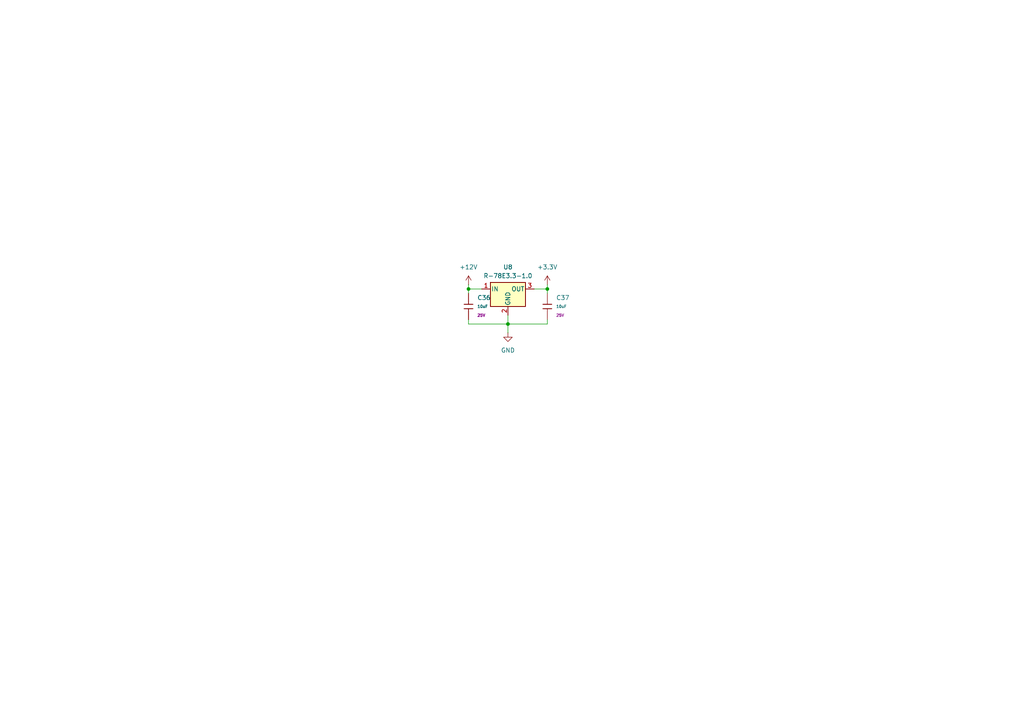
<source format=kicad_sch>
(kicad_sch
	(version 20250114)
	(generator "eeschema")
	(generator_version "9.0")
	(uuid "61a80c5d-a4a6-42a8-8a10-72efe6db6c62")
	(paper "A4")
	(title_block
		(title "Power Supply")
		(date "2025-11-02")
		(rev "0")
		(company "Solar Energy Racers")
	)
	(lib_symbols
		(symbol "PCM_JLCPCB-Capacitors:0805,10uF"
			(pin_numbers
				(hide yes)
			)
			(pin_names
				(offset 0)
			)
			(exclude_from_sim no)
			(in_bom yes)
			(on_board yes)
			(property "Reference" "C"
				(at 2.032 1.668 0)
				(effects
					(font
						(size 1.27 1.27)
					)
					(justify left)
				)
			)
			(property "Value" "10uF"
				(at 2.032 -0.3782 0)
				(effects
					(font
						(size 0.8 0.8)
					)
					(justify left)
				)
			)
			(property "Footprint" "PCM_JLCPCB:C_0805"
				(at -1.778 0 90)
				(effects
					(font
						(size 1.27 1.27)
					)
					(hide yes)
				)
			)
			(property "Datasheet" "https://www.lcsc.com/datasheet/lcsc_datasheet_2304140030_Samsung-Electro-Mechanics-CL21A106KAYNNNE_C15850.pdf"
				(at 0 0 0)
				(effects
					(font
						(size 1.27 1.27)
					)
					(hide yes)
				)
			)
			(property "Description" "25V 10uF X5R ±10% 0805 Multilayer Ceramic Capacitors MLCC - SMD/SMT ROHS"
				(at 0 0 0)
				(effects
					(font
						(size 1.27 1.27)
					)
					(hide yes)
				)
			)
			(property "LCSC" "C15850"
				(at 0 0 0)
				(effects
					(font
						(size 1.27 1.27)
					)
					(hide yes)
				)
			)
			(property "Stock" "6525809"
				(at 0 0 0)
				(effects
					(font
						(size 1.27 1.27)
					)
					(hide yes)
				)
			)
			(property "Price" "0.014USD"
				(at 0 0 0)
				(effects
					(font
						(size 1.27 1.27)
					)
					(hide yes)
				)
			)
			(property "Process" "SMT"
				(at 0 0 0)
				(effects
					(font
						(size 1.27 1.27)
					)
					(hide yes)
				)
			)
			(property "Minimum Qty" "20"
				(at 0 0 0)
				(effects
					(font
						(size 1.27 1.27)
					)
					(hide yes)
				)
			)
			(property "Attrition Qty" "10"
				(at 0 0 0)
				(effects
					(font
						(size 1.27 1.27)
					)
					(hide yes)
				)
			)
			(property "Class" "Basic Component"
				(at 0 0 0)
				(effects
					(font
						(size 1.27 1.27)
					)
					(hide yes)
				)
			)
			(property "Category" "Capacitors,Multilayer Ceramic Capacitors MLCC - SMD/SMT"
				(at 0 0 0)
				(effects
					(font
						(size 1.27 1.27)
					)
					(hide yes)
				)
			)
			(property "Manufacturer" "Samsung Electro-Mechanics"
				(at 0 0 0)
				(effects
					(font
						(size 1.27 1.27)
					)
					(hide yes)
				)
			)
			(property "Part" "CL21A106KAYNNNE"
				(at 0 0 0)
				(effects
					(font
						(size 1.27 1.27)
					)
					(hide yes)
				)
			)
			(property "Voltage Rated" "25V"
				(at 2.032 -2.0462 0)
				(effects
					(font
						(size 0.8 0.8)
					)
					(justify left)
				)
			)
			(property "Tolerance" "±10%"
				(at 0 0 0)
				(effects
					(font
						(size 1.27 1.27)
					)
					(hide yes)
				)
			)
			(property "Capacitance" "10uF"
				(at 0 0 0)
				(effects
					(font
						(size 1.27 1.27)
					)
					(hide yes)
				)
			)
			(property "Temperature Coefficient" "X5R"
				(at 0 0 0)
				(effects
					(font
						(size 1.27 1.27)
					)
					(hide yes)
				)
			)
			(property "ki_fp_filters" "C_*"
				(at 0 0 0)
				(effects
					(font
						(size 1.27 1.27)
					)
					(hide yes)
				)
			)
			(symbol "0805,10uF_0_1"
				(polyline
					(pts
						(xy -1.27 0.635) (xy 1.27 0.635)
					)
					(stroke
						(width 0.254)
						(type default)
					)
					(fill
						(type none)
					)
				)
				(polyline
					(pts
						(xy -1.27 -0.635) (xy 1.27 -0.635)
					)
					(stroke
						(width 0.254)
						(type default)
					)
					(fill
						(type none)
					)
				)
			)
			(symbol "0805,10uF_1_1"
				(pin passive line
					(at 0 3.81 270)
					(length 3.175)
					(name "~"
						(effects
							(font
								(size 1.27 1.27)
							)
						)
					)
					(number "1"
						(effects
							(font
								(size 1.27 1.27)
							)
						)
					)
				)
				(pin passive line
					(at 0 -3.81 90)
					(length 3.175)
					(name "~"
						(effects
							(font
								(size 1.27 1.27)
							)
						)
					)
					(number "2"
						(effects
							(font
								(size 1.27 1.27)
							)
						)
					)
				)
			)
			(embedded_fonts no)
		)
		(symbol "Regulator_Switching:R-78E3.3-1.0"
			(pin_names
				(offset 0.254)
			)
			(exclude_from_sim no)
			(in_bom yes)
			(on_board yes)
			(property "Reference" "U"
				(at -3.81 3.175 0)
				(effects
					(font
						(size 1.27 1.27)
					)
				)
			)
			(property "Value" "R-78E3.3-1.0"
				(at 0 3.175 0)
				(effects
					(font
						(size 1.27 1.27)
					)
					(justify left)
				)
			)
			(property "Footprint" "Converter_DCDC:Converter_DCDC_RECOM_R-78E-0.5_THT"
				(at 1.27 -6.35 0)
				(effects
					(font
						(size 1.27 1.27)
						(italic yes)
					)
					(justify left)
					(hide yes)
				)
			)
			(property "Datasheet" "https://www.recom-power.com/pdf/Innoline/R-78Exx-1.0.pdf"
				(at 0 0 0)
				(effects
					(font
						(size 1.27 1.27)
					)
					(hide yes)
				)
			)
			(property "Description" "1A Step-Down DC/DC-Regulator, 6-28V input, 3.3V fixed Output Voltage, LM78xx replacement, -40°C to +85°C, SIP3"
				(at 0 0 0)
				(effects
					(font
						(size 1.27 1.27)
					)
					(hide yes)
				)
			)
			(property "ki_keywords" "dc-dc recom Step-Down DC/DC-Regulator"
				(at 0 0 0)
				(effects
					(font
						(size 1.27 1.27)
					)
					(hide yes)
				)
			)
			(property "ki_fp_filters" "Converter*DCDC*RECOM*R*78E*0.5*"
				(at 0 0 0)
				(effects
					(font
						(size 1.27 1.27)
					)
					(hide yes)
				)
			)
			(symbol "R-78E3.3-1.0_0_1"
				(rectangle
					(start -5.08 1.905)
					(end 5.08 -5.08)
					(stroke
						(width 0.254)
						(type default)
					)
					(fill
						(type background)
					)
				)
			)
			(symbol "R-78E3.3-1.0_1_1"
				(pin power_in line
					(at -7.62 0 0)
					(length 2.54)
					(name "IN"
						(effects
							(font
								(size 1.27 1.27)
							)
						)
					)
					(number "1"
						(effects
							(font
								(size 1.27 1.27)
							)
						)
					)
				)
				(pin power_in line
					(at 0 -7.62 90)
					(length 2.54)
					(name "GND"
						(effects
							(font
								(size 1.27 1.27)
							)
						)
					)
					(number "2"
						(effects
							(font
								(size 1.27 1.27)
							)
						)
					)
				)
				(pin power_out line
					(at 7.62 0 180)
					(length 2.54)
					(name "OUT"
						(effects
							(font
								(size 1.27 1.27)
							)
						)
					)
					(number "3"
						(effects
							(font
								(size 1.27 1.27)
							)
						)
					)
				)
			)
			(embedded_fonts no)
		)
		(symbol "power:+12V"
			(power)
			(pin_numbers
				(hide yes)
			)
			(pin_names
				(offset 0)
				(hide yes)
			)
			(exclude_from_sim no)
			(in_bom yes)
			(on_board yes)
			(property "Reference" "#PWR"
				(at 0 -3.81 0)
				(effects
					(font
						(size 1.27 1.27)
					)
					(hide yes)
				)
			)
			(property "Value" "+12V"
				(at 0 3.556 0)
				(effects
					(font
						(size 1.27 1.27)
					)
				)
			)
			(property "Footprint" ""
				(at 0 0 0)
				(effects
					(font
						(size 1.27 1.27)
					)
					(hide yes)
				)
			)
			(property "Datasheet" ""
				(at 0 0 0)
				(effects
					(font
						(size 1.27 1.27)
					)
					(hide yes)
				)
			)
			(property "Description" "Power symbol creates a global label with name \"+12V\""
				(at 0 0 0)
				(effects
					(font
						(size 1.27 1.27)
					)
					(hide yes)
				)
			)
			(property "ki_keywords" "global power"
				(at 0 0 0)
				(effects
					(font
						(size 1.27 1.27)
					)
					(hide yes)
				)
			)
			(symbol "+12V_0_1"
				(polyline
					(pts
						(xy -0.762 1.27) (xy 0 2.54)
					)
					(stroke
						(width 0)
						(type default)
					)
					(fill
						(type none)
					)
				)
				(polyline
					(pts
						(xy 0 2.54) (xy 0.762 1.27)
					)
					(stroke
						(width 0)
						(type default)
					)
					(fill
						(type none)
					)
				)
				(polyline
					(pts
						(xy 0 0) (xy 0 2.54)
					)
					(stroke
						(width 0)
						(type default)
					)
					(fill
						(type none)
					)
				)
			)
			(symbol "+12V_1_1"
				(pin power_in line
					(at 0 0 90)
					(length 0)
					(name "~"
						(effects
							(font
								(size 1.27 1.27)
							)
						)
					)
					(number "1"
						(effects
							(font
								(size 1.27 1.27)
							)
						)
					)
				)
			)
			(embedded_fonts no)
		)
		(symbol "power:+3.3V"
			(power)
			(pin_numbers
				(hide yes)
			)
			(pin_names
				(offset 0)
				(hide yes)
			)
			(exclude_from_sim no)
			(in_bom yes)
			(on_board yes)
			(property "Reference" "#PWR"
				(at 0 -3.81 0)
				(effects
					(font
						(size 1.27 1.27)
					)
					(hide yes)
				)
			)
			(property "Value" "+3.3V"
				(at 0 3.556 0)
				(effects
					(font
						(size 1.27 1.27)
					)
				)
			)
			(property "Footprint" ""
				(at 0 0 0)
				(effects
					(font
						(size 1.27 1.27)
					)
					(hide yes)
				)
			)
			(property "Datasheet" ""
				(at 0 0 0)
				(effects
					(font
						(size 1.27 1.27)
					)
					(hide yes)
				)
			)
			(property "Description" "Power symbol creates a global label with name \"+3.3V\""
				(at 0 0 0)
				(effects
					(font
						(size 1.27 1.27)
					)
					(hide yes)
				)
			)
			(property "ki_keywords" "global power"
				(at 0 0 0)
				(effects
					(font
						(size 1.27 1.27)
					)
					(hide yes)
				)
			)
			(symbol "+3.3V_0_1"
				(polyline
					(pts
						(xy -0.762 1.27) (xy 0 2.54)
					)
					(stroke
						(width 0)
						(type default)
					)
					(fill
						(type none)
					)
				)
				(polyline
					(pts
						(xy 0 2.54) (xy 0.762 1.27)
					)
					(stroke
						(width 0)
						(type default)
					)
					(fill
						(type none)
					)
				)
				(polyline
					(pts
						(xy 0 0) (xy 0 2.54)
					)
					(stroke
						(width 0)
						(type default)
					)
					(fill
						(type none)
					)
				)
			)
			(symbol "+3.3V_1_1"
				(pin power_in line
					(at 0 0 90)
					(length 0)
					(name "~"
						(effects
							(font
								(size 1.27 1.27)
							)
						)
					)
					(number "1"
						(effects
							(font
								(size 1.27 1.27)
							)
						)
					)
				)
			)
			(embedded_fonts no)
		)
		(symbol "power:GND"
			(power)
			(pin_numbers
				(hide yes)
			)
			(pin_names
				(offset 0)
				(hide yes)
			)
			(exclude_from_sim no)
			(in_bom yes)
			(on_board yes)
			(property "Reference" "#PWR"
				(at 0 -6.35 0)
				(effects
					(font
						(size 1.27 1.27)
					)
					(hide yes)
				)
			)
			(property "Value" "GND"
				(at 0 -3.81 0)
				(effects
					(font
						(size 1.27 1.27)
					)
				)
			)
			(property "Footprint" ""
				(at 0 0 0)
				(effects
					(font
						(size 1.27 1.27)
					)
					(hide yes)
				)
			)
			(property "Datasheet" ""
				(at 0 0 0)
				(effects
					(font
						(size 1.27 1.27)
					)
					(hide yes)
				)
			)
			(property "Description" "Power symbol creates a global label with name \"GND\" , ground"
				(at 0 0 0)
				(effects
					(font
						(size 1.27 1.27)
					)
					(hide yes)
				)
			)
			(property "ki_keywords" "global power"
				(at 0 0 0)
				(effects
					(font
						(size 1.27 1.27)
					)
					(hide yes)
				)
			)
			(symbol "GND_0_1"
				(polyline
					(pts
						(xy 0 0) (xy 0 -1.27) (xy 1.27 -1.27) (xy 0 -2.54) (xy -1.27 -1.27) (xy 0 -1.27)
					)
					(stroke
						(width 0)
						(type default)
					)
					(fill
						(type none)
					)
				)
			)
			(symbol "GND_1_1"
				(pin power_in line
					(at 0 0 270)
					(length 0)
					(name "~"
						(effects
							(font
								(size 1.27 1.27)
							)
						)
					)
					(number "1"
						(effects
							(font
								(size 1.27 1.27)
							)
						)
					)
				)
			)
			(embedded_fonts no)
		)
	)
	(junction
		(at 158.75 83.82)
		(diameter 0)
		(color 0 0 0 0)
		(uuid "4a9cb922-01a8-42bd-ab6d-74e7d80d8d94")
	)
	(junction
		(at 135.89 83.82)
		(diameter 0)
		(color 0 0 0 0)
		(uuid "96fef956-d615-4b82-b276-f32d932a3935")
	)
	(junction
		(at 147.32 93.98)
		(diameter 0)
		(color 0 0 0 0)
		(uuid "eff75aaa-b799-4fbe-a0c4-4d6c4013523c")
	)
	(wire
		(pts
			(xy 158.75 92.71) (xy 158.75 93.98)
		)
		(stroke
			(width 0)
			(type default)
		)
		(uuid "15055ec6-a015-4608-9c2a-347ff96947e1")
	)
	(wire
		(pts
			(xy 147.32 93.98) (xy 147.32 96.52)
		)
		(stroke
			(width 0)
			(type default)
		)
		(uuid "18a310e1-7f36-4722-a0ec-a9f6e99d4631")
	)
	(wire
		(pts
			(xy 158.75 83.82) (xy 158.75 85.09)
		)
		(stroke
			(width 0)
			(type default)
		)
		(uuid "22c20bd4-8116-44a0-ac4d-2c283e4382ab")
	)
	(wire
		(pts
			(xy 135.89 83.82) (xy 139.7 83.82)
		)
		(stroke
			(width 0)
			(type default)
		)
		(uuid "22cb60fa-c372-4ed1-b82d-084ac0c317e1")
	)
	(wire
		(pts
			(xy 147.32 93.98) (xy 158.75 93.98)
		)
		(stroke
			(width 0)
			(type default)
		)
		(uuid "54da3ed1-28c8-4f7a-8ffd-3493434cb366")
	)
	(wire
		(pts
			(xy 135.89 92.71) (xy 135.89 93.98)
		)
		(stroke
			(width 0)
			(type default)
		)
		(uuid "56c8fcac-0a7f-4b96-b927-9ebaba5a76d4")
	)
	(wire
		(pts
			(xy 135.89 85.09) (xy 135.89 83.82)
		)
		(stroke
			(width 0)
			(type default)
		)
		(uuid "65df9de6-3d80-4979-94b2-b2094374c11d")
	)
	(wire
		(pts
			(xy 158.75 82.55) (xy 158.75 83.82)
		)
		(stroke
			(width 0)
			(type default)
		)
		(uuid "862d7335-c2ad-45d4-b7b7-73d74723ab7e")
	)
	(wire
		(pts
			(xy 135.89 82.55) (xy 135.89 83.82)
		)
		(stroke
			(width 0)
			(type default)
		)
		(uuid "b27dd3fe-b257-401b-bda8-84a758249931")
	)
	(wire
		(pts
			(xy 135.89 93.98) (xy 147.32 93.98)
		)
		(stroke
			(width 0)
			(type default)
		)
		(uuid "cf2e67f7-5f1b-42f6-aa3d-df1512e7b9d0")
	)
	(wire
		(pts
			(xy 154.94 83.82) (xy 158.75 83.82)
		)
		(stroke
			(width 0)
			(type default)
		)
		(uuid "e72c6e6e-202f-4a6a-bd38-7f749d20cbf5")
	)
	(wire
		(pts
			(xy 147.32 91.44) (xy 147.32 93.98)
		)
		(stroke
			(width 0)
			(type default)
		)
		(uuid "f2ef20fa-a9f8-487c-86c5-0e9dbe19de9b")
	)
	(symbol
		(lib_id "PCM_JLCPCB-Capacitors:0805,10uF")
		(at 135.89 88.9 0)
		(unit 1)
		(exclude_from_sim no)
		(in_bom yes)
		(on_board yes)
		(dnp no)
		(fields_autoplaced yes)
		(uuid "0d2a5d45-ea83-4b32-8c18-50b3aebfb98e")
		(property "Reference" "C36"
			(at 138.43 86.3599 0)
			(effects
				(font
					(size 1.27 1.27)
				)
				(justify left)
			)
		)
		(property "Value" "10uF"
			(at 138.43 88.9 0)
			(effects
				(font
					(size 0.8 0.8)
				)
				(justify left)
			)
		)
		(property "Footprint" "PCM_JLCPCB:C_0805"
			(at 134.112 88.9 90)
			(effects
				(font
					(size 1.27 1.27)
				)
				(hide yes)
			)
		)
		(property "Datasheet" "https://www.lcsc.com/datasheet/lcsc_datasheet_2304140030_Samsung-Electro-Mechanics-CL21A106KAYNNNE_C15850.pdf"
			(at 135.89 88.9 0)
			(effects
				(font
					(size 1.27 1.27)
				)
				(hide yes)
			)
		)
		(property "Description" "25V 10uF X5R ±10% 0805 Multilayer Ceramic Capacitors MLCC - SMD/SMT ROHS"
			(at 135.89 88.9 0)
			(effects
				(font
					(size 1.27 1.27)
				)
				(hide yes)
			)
		)
		(property "LCSC" "C15850"
			(at 135.89 88.9 0)
			(effects
				(font
					(size 1.27 1.27)
				)
				(hide yes)
			)
		)
		(property "Stock" "6525809"
			(at 135.89 88.9 0)
			(effects
				(font
					(size 1.27 1.27)
				)
				(hide yes)
			)
		)
		(property "Price" "0.014USD"
			(at 135.89 88.9 0)
			(effects
				(font
					(size 1.27 1.27)
				)
				(hide yes)
			)
		)
		(property "Process" "SMT"
			(at 135.89 88.9 0)
			(effects
				(font
					(size 1.27 1.27)
				)
				(hide yes)
			)
		)
		(property "Minimum Qty" "20"
			(at 135.89 88.9 0)
			(effects
				(font
					(size 1.27 1.27)
				)
				(hide yes)
			)
		)
		(property "Attrition Qty" "10"
			(at 135.89 88.9 0)
			(effects
				(font
					(size 1.27 1.27)
				)
				(hide yes)
			)
		)
		(property "Class" "Basic Component"
			(at 135.89 88.9 0)
			(effects
				(font
					(size 1.27 1.27)
				)
				(hide yes)
			)
		)
		(property "Category" "Capacitors,Multilayer Ceramic Capacitors MLCC - SMD/SMT"
			(at 135.89 88.9 0)
			(effects
				(font
					(size 1.27 1.27)
				)
				(hide yes)
			)
		)
		(property "Manufacturer" "Samsung Electro-Mechanics"
			(at 135.89 88.9 0)
			(effects
				(font
					(size 1.27 1.27)
				)
				(hide yes)
			)
		)
		(property "Part" "CL21A106KAYNNNE"
			(at 135.89 88.9 0)
			(effects
				(font
					(size 1.27 1.27)
				)
				(hide yes)
			)
		)
		(property "Voltage Rated" "25V"
			(at 138.43 91.44 0)
			(effects
				(font
					(size 0.8 0.8)
				)
				(justify left)
			)
		)
		(property "Tolerance" "±10%"
			(at 135.89 88.9 0)
			(effects
				(font
					(size 1.27 1.27)
				)
				(hide yes)
			)
		)
		(property "Capacitance" "10uF"
			(at 135.89 88.9 0)
			(effects
				(font
					(size 1.27 1.27)
				)
				(hide yes)
			)
		)
		(property "Temperature Coefficient" "X5R"
			(at 135.89 88.9 0)
			(effects
				(font
					(size 1.27 1.27)
				)
				(hide yes)
			)
		)
		(pin "1"
			(uuid "48693149-1ff1-4ed7-8709-3a5946a74af1")
		)
		(pin "2"
			(uuid "e04061b2-2c14-4d54-9c6e-dcd33abea876")
		)
		(instances
			(project "DriveController"
				(path "/ea108ab4-4341-4ce5-9e9f-23df8de995fe/ae07a3f1-6b79-4548-b5dd-7a0ed3b81aaa"
					(reference "C36")
					(unit 1)
				)
			)
		)
	)
	(symbol
		(lib_id "power:+3.3V")
		(at 158.75 82.55 0)
		(unit 1)
		(exclude_from_sim no)
		(in_bom yes)
		(on_board yes)
		(dnp no)
		(fields_autoplaced yes)
		(uuid "8b9833df-fff1-4f49-8919-6dff12588970")
		(property "Reference" "#PWR084"
			(at 158.75 86.36 0)
			(effects
				(font
					(size 1.27 1.27)
				)
				(hide yes)
			)
		)
		(property "Value" "+3.3V"
			(at 158.75 77.47 0)
			(effects
				(font
					(size 1.27 1.27)
				)
			)
		)
		(property "Footprint" ""
			(at 158.75 82.55 0)
			(effects
				(font
					(size 1.27 1.27)
				)
				(hide yes)
			)
		)
		(property "Datasheet" ""
			(at 158.75 82.55 0)
			(effects
				(font
					(size 1.27 1.27)
				)
				(hide yes)
			)
		)
		(property "Description" "Power symbol creates a global label with name \"+3.3V\""
			(at 158.75 82.55 0)
			(effects
				(font
					(size 1.27 1.27)
				)
				(hide yes)
			)
		)
		(pin "1"
			(uuid "90ba1db3-e9ba-4886-9c79-09088e953152")
		)
		(instances
			(project "DriveController"
				(path "/ea108ab4-4341-4ce5-9e9f-23df8de995fe/ae07a3f1-6b79-4548-b5dd-7a0ed3b81aaa"
					(reference "#PWR084")
					(unit 1)
				)
			)
		)
	)
	(symbol
		(lib_id "Regulator_Switching:R-78E3.3-1.0")
		(at 147.32 83.82 0)
		(unit 1)
		(exclude_from_sim no)
		(in_bom yes)
		(on_board yes)
		(dnp no)
		(fields_autoplaced yes)
		(uuid "96464eb6-32a0-426d-a1d6-1a5e58d09f2c")
		(property "Reference" "U8"
			(at 147.32 77.47 0)
			(effects
				(font
					(size 1.27 1.27)
				)
			)
		)
		(property "Value" "R-78E3.3-1.0"
			(at 147.32 80.01 0)
			(effects
				(font
					(size 1.27 1.27)
				)
			)
		)
		(property "Footprint" "Converter_DCDC:Converter_DCDC_RECOM_R-78E-0.5_THT"
			(at 148.59 90.17 0)
			(effects
				(font
					(size 1.27 1.27)
					(italic yes)
				)
				(justify left)
				(hide yes)
			)
		)
		(property "Datasheet" "https://www.recom-power.com/pdf/Innoline/R-78Exx-1.0.pdf"
			(at 147.32 83.82 0)
			(effects
				(font
					(size 1.27 1.27)
				)
				(hide yes)
			)
		)
		(property "Description" "1A Step-Down DC/DC-Regulator, 6-28V input, 3.3V fixed Output Voltage, LM78xx replacement, -40°C to +85°C, SIP3"
			(at 147.32 83.82 0)
			(effects
				(font
					(size 1.27 1.27)
				)
				(hide yes)
			)
		)
		(pin "3"
			(uuid "5cba0127-8c7b-4420-9927-08f56a033aeb")
		)
		(pin "1"
			(uuid "1e0041e1-7402-402b-9f42-3dcea22fabe3")
		)
		(pin "2"
			(uuid "3705ab32-4215-4442-ab4f-91c53c1c9e73")
		)
		(instances
			(project "DriveController"
				(path "/ea108ab4-4341-4ce5-9e9f-23df8de995fe/ae07a3f1-6b79-4548-b5dd-7a0ed3b81aaa"
					(reference "U8")
					(unit 1)
				)
			)
		)
	)
	(symbol
		(lib_id "power:+12V")
		(at 135.89 82.55 0)
		(unit 1)
		(exclude_from_sim no)
		(in_bom yes)
		(on_board yes)
		(dnp no)
		(fields_autoplaced yes)
		(uuid "9bb204e4-5ba8-4b30-bc72-efb5db1a0dee")
		(property "Reference" "#PWR083"
			(at 135.89 86.36 0)
			(effects
				(font
					(size 1.27 1.27)
				)
				(hide yes)
			)
		)
		(property "Value" "+12V"
			(at 135.89 77.47 0)
			(effects
				(font
					(size 1.27 1.27)
				)
			)
		)
		(property "Footprint" ""
			(at 135.89 82.55 0)
			(effects
				(font
					(size 1.27 1.27)
				)
				(hide yes)
			)
		)
		(property "Datasheet" ""
			(at 135.89 82.55 0)
			(effects
				(font
					(size 1.27 1.27)
				)
				(hide yes)
			)
		)
		(property "Description" "Power symbol creates a global label with name \"+12V\""
			(at 135.89 82.55 0)
			(effects
				(font
					(size 1.27 1.27)
				)
				(hide yes)
			)
		)
		(pin "1"
			(uuid "c064d282-5d40-4707-947d-6967280b1dc0")
		)
		(instances
			(project "DriveController"
				(path "/ea108ab4-4341-4ce5-9e9f-23df8de995fe/ae07a3f1-6b79-4548-b5dd-7a0ed3b81aaa"
					(reference "#PWR083")
					(unit 1)
				)
			)
		)
	)
	(symbol
		(lib_id "PCM_JLCPCB-Capacitors:0805,10uF")
		(at 158.75 88.9 0)
		(unit 1)
		(exclude_from_sim no)
		(in_bom yes)
		(on_board yes)
		(dnp no)
		(fields_autoplaced yes)
		(uuid "bec0c1de-3787-4157-aa9e-0d2bf3e32650")
		(property "Reference" "C37"
			(at 161.29 86.3599 0)
			(effects
				(font
					(size 1.27 1.27)
				)
				(justify left)
			)
		)
		(property "Value" "10uF"
			(at 161.29 88.9 0)
			(effects
				(font
					(size 0.8 0.8)
				)
				(justify left)
			)
		)
		(property "Footprint" "PCM_JLCPCB:C_0805"
			(at 156.972 88.9 90)
			(effects
				(font
					(size 1.27 1.27)
				)
				(hide yes)
			)
		)
		(property "Datasheet" "https://www.lcsc.com/datasheet/lcsc_datasheet_2304140030_Samsung-Electro-Mechanics-CL21A106KAYNNNE_C15850.pdf"
			(at 158.75 88.9 0)
			(effects
				(font
					(size 1.27 1.27)
				)
				(hide yes)
			)
		)
		(property "Description" "25V 10uF X5R ±10% 0805 Multilayer Ceramic Capacitors MLCC - SMD/SMT ROHS"
			(at 158.75 88.9 0)
			(effects
				(font
					(size 1.27 1.27)
				)
				(hide yes)
			)
		)
		(property "LCSC" "C15850"
			(at 158.75 88.9 0)
			(effects
				(font
					(size 1.27 1.27)
				)
				(hide yes)
			)
		)
		(property "Stock" "6525809"
			(at 158.75 88.9 0)
			(effects
				(font
					(size 1.27 1.27)
				)
				(hide yes)
			)
		)
		(property "Price" "0.014USD"
			(at 158.75 88.9 0)
			(effects
				(font
					(size 1.27 1.27)
				)
				(hide yes)
			)
		)
		(property "Process" "SMT"
			(at 158.75 88.9 0)
			(effects
				(font
					(size 1.27 1.27)
				)
				(hide yes)
			)
		)
		(property "Minimum Qty" "20"
			(at 158.75 88.9 0)
			(effects
				(font
					(size 1.27 1.27)
				)
				(hide yes)
			)
		)
		(property "Attrition Qty" "10"
			(at 158.75 88.9 0)
			(effects
				(font
					(size 1.27 1.27)
				)
				(hide yes)
			)
		)
		(property "Class" "Basic Component"
			(at 158.75 88.9 0)
			(effects
				(font
					(size 1.27 1.27)
				)
				(hide yes)
			)
		)
		(property "Category" "Capacitors,Multilayer Ceramic Capacitors MLCC - SMD/SMT"
			(at 158.75 88.9 0)
			(effects
				(font
					(size 1.27 1.27)
				)
				(hide yes)
			)
		)
		(property "Manufacturer" "Samsung Electro-Mechanics"
			(at 158.75 88.9 0)
			(effects
				(font
					(size 1.27 1.27)
				)
				(hide yes)
			)
		)
		(property "Part" "CL21A106KAYNNNE"
			(at 158.75 88.9 0)
			(effects
				(font
					(size 1.27 1.27)
				)
				(hide yes)
			)
		)
		(property "Voltage Rated" "25V"
			(at 161.29 91.44 0)
			(effects
				(font
					(size 0.8 0.8)
				)
				(justify left)
			)
		)
		(property "Tolerance" "±10%"
			(at 158.75 88.9 0)
			(effects
				(font
					(size 1.27 1.27)
				)
				(hide yes)
			)
		)
		(property "Capacitance" "10uF"
			(at 158.75 88.9 0)
			(effects
				(font
					(size 1.27 1.27)
				)
				(hide yes)
			)
		)
		(property "Temperature Coefficient" "X5R"
			(at 158.75 88.9 0)
			(effects
				(font
					(size 1.27 1.27)
				)
				(hide yes)
			)
		)
		(pin "1"
			(uuid "02ccc63a-9f71-4db8-b3ef-a547f05849ce")
		)
		(pin "2"
			(uuid "6658dd3e-590c-4d3c-851a-55b4f4e6e84c")
		)
		(instances
			(project "DriveController"
				(path "/ea108ab4-4341-4ce5-9e9f-23df8de995fe/ae07a3f1-6b79-4548-b5dd-7a0ed3b81aaa"
					(reference "C37")
					(unit 1)
				)
			)
		)
	)
	(symbol
		(lib_id "power:GND")
		(at 147.32 96.52 0)
		(unit 1)
		(exclude_from_sim no)
		(in_bom yes)
		(on_board yes)
		(dnp no)
		(fields_autoplaced yes)
		(uuid "e9117803-9a40-422d-b8a3-c0586a602860")
		(property "Reference" "#PWR085"
			(at 147.32 102.87 0)
			(effects
				(font
					(size 1.27 1.27)
				)
				(hide yes)
			)
		)
		(property "Value" "GND"
			(at 147.32 101.6 0)
			(effects
				(font
					(size 1.27 1.27)
				)
			)
		)
		(property "Footprint" ""
			(at 147.32 96.52 0)
			(effects
				(font
					(size 1.27 1.27)
				)
				(hide yes)
			)
		)
		(property "Datasheet" ""
			(at 147.32 96.52 0)
			(effects
				(font
					(size 1.27 1.27)
				)
				(hide yes)
			)
		)
		(property "Description" "Power symbol creates a global label with name \"GND\" , ground"
			(at 147.32 96.52 0)
			(effects
				(font
					(size 1.27 1.27)
				)
				(hide yes)
			)
		)
		(pin "1"
			(uuid "584e86e8-b1fa-4e58-ba82-9d11126773f7")
		)
		(instances
			(project "DriveController"
				(path "/ea108ab4-4341-4ce5-9e9f-23df8de995fe/ae07a3f1-6b79-4548-b5dd-7a0ed3b81aaa"
					(reference "#PWR085")
					(unit 1)
				)
			)
		)
	)
)

</source>
